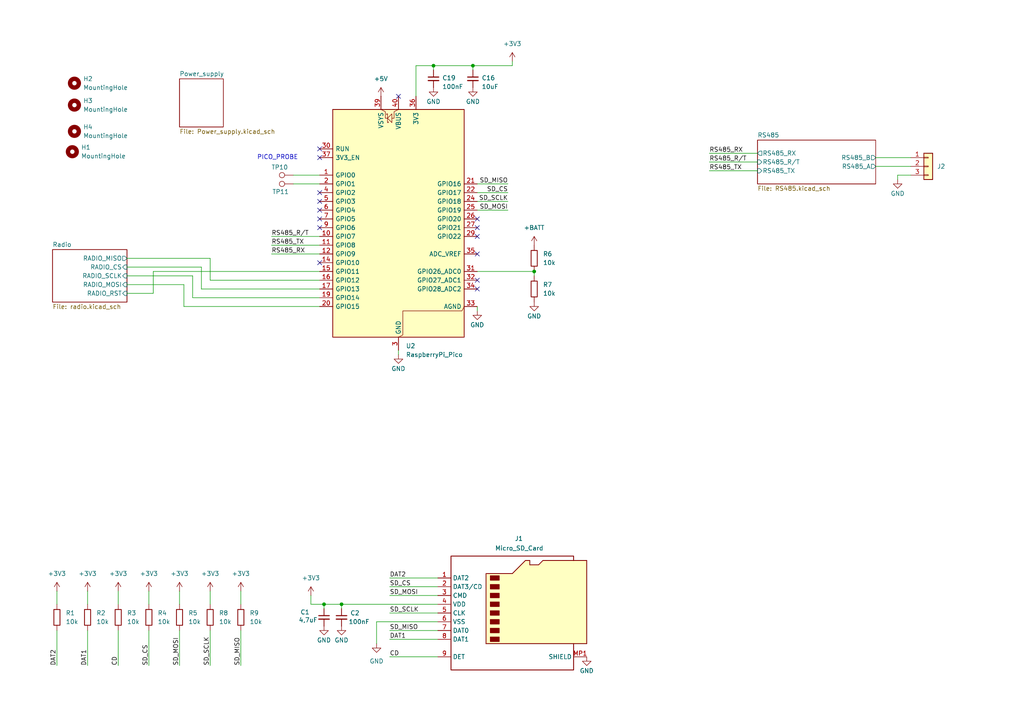
<source format=kicad_sch>
(kicad_sch (version 20250114) (generator "eeschema") (generator_version "9.0")
  (paper "A4")
  (lib_symbols
    (symbol "+5V_1" (power) (pin_numbers (hide yes)) (pin_names (offset 0) (hide yes))
      (property "Value" "+5V" (at 0 3.556 0))
      (symbol "+5V_1_0_1"
        (polyline (pts (xy -0.762 1.27) (xy 0 2.54)))
        (polyline (pts (xy 0 2.54) (xy 0.762 1.27)))
        (polyline (pts (xy 0 0) (xy 0 2.54)))
      )
      (symbol "+5V_1_1_1"
        (pin power_in line (at 0 0 90) (length 0) (name "~") (number "1"))
      )
    )
    (symbol "Connector:Micro_SD_Card_Det1"
      (property "Reference" "J4" (at 0.635 21.59 0))
      (property "Value" "Micro_SD_Card_Det1" (at 0.635 19.05 0))
      (symbol "Micro_SD_Card_Det1_0_1"
        (polyline (pts (xy -8.89 -8.89) (xy -8.89 11.43) (xy -1.27 11.43) (xy 2.54 15.24) (xy 3.81 15.24) (xy 3.81 13.97) (xy 6.35 13.97) (xy 7.62 15.24) (xy 20.32 15.24) (xy 20.32 -8.89) (xy -8.89 -8.89)) (stroke (width 0.254)) (fill (type background)))
        (rectangle (start -7.62 10.795) (end -5.08 9.525) (stroke (width 0.254)) (fill (type outline)))
        (rectangle (start -7.62 8.255) (end -5.08 6.985) (stroke (width 0.254)) (fill (type outline)))
        (rectangle (start -7.62 5.715) (end -5.08 4.445) (stroke (width 0.254)) (fill (type outline)))
        (rectangle (start -7.62 3.175) (end -5.08 1.905) (stroke (width 0.254)) (fill (type outline)))
        (rectangle (start -7.62 0.635) (end -5.08 -0.635) (stroke (width 0.254)) (fill (type outline)))
        (rectangle (start -7.62 -1.905) (end -5.08 -3.175) (stroke (width 0.254)) (fill (type outline)))
        (rectangle (start -7.62 -4.445) (end -5.08 -5.715) (stroke (width 0.254)) (fill (type outline)))
        (rectangle (start -7.62 -6.985) (end -5.08 -8.255) (stroke (width 0.254)) (fill (type outline)))
        (polyline (pts (xy 16.51 15.24) (xy 16.51 16.51) (xy -19.05 16.51) (xy -19.05 -16.51) (xy 16.51 -16.51) (xy 16.51 -8.89)) (stroke (width 0.254)))
      )
      (symbol "Micro_SD_Card_Det1_1_1"
        (pin bidirectional line (at -22.86 10.16 0) (length 3.81) (name "DAT2") (number "1"))
        (pin bidirectional line (at -22.86 7.62 0) (length 3.81) (name "DAT3/CD") (number "2"))
        (pin input line (at -22.86 5.08 0) (length 3.81) (name "CMD") (number "3"))
        (pin power_in line (at -22.86 2.54 0) (length 3.81) (name "VDD") (number "4"))
        (pin input line (at -22.86 0 0) (length 3.81) (name "CLK") (number "5"))
        (pin power_in line (at -22.86 -2.54 0) (length 3.81) (name "VSS") (number "6"))
        (pin bidirectional line (at -22.86 -5.08 0) (length 3.81) (name "DAT0") (number "7"))
        (pin bidirectional line (at -22.86 -7.62 0) (length 3.81) (name "DAT1") (number "8"))
        (pin passive line (at -22.86 -12.7 0) (length 3.81) (name "DET") (number "9"))
        (pin passive line (at 20.32 -12.7 180) (length 3.81) (name "SHIELD") (number "MP1"))
        (pin passive line (at 20.32 -12.7 180) (length 3.81) (hide yes) (name "SHIELD") (number "MP2"))
        (pin passive line (at 20.32 -12.7 180) (length 3.81) (hide yes) (name "SHIELD") (number "MP3"))
        (pin passive line (at 20.32 -12.7 180) (length 3.81) (hide yes) (name "SHIELD") (number "MP4"))
      )
    )
    (symbol "Connector:TestPoint" (pin_numbers (hide yes)) (pin_names (offset 0.762) (hide yes))
      (property "Reference" "TP" (at 0 6.858 0))
      (property "Value" "TestPoint" (at 0 5.08 0))
      (symbol "TestPoint_0_1"
        (circle (center 0 3.302) (radius 0.762))
      )
      (symbol "TestPoint_1_1"
        (pin passive line (at 0 0 90) (length 2.54) (name "1") (number "1"))
      )
    )
    (symbol "Connector_Generic:Conn_01x03" (pin_names (offset 1.016) (hide yes))
      (property "Reference" "J" (at 0 5.08 0))
      (property "Value" "Conn_01x03" (at 0 -5.08 0))
      (symbol "Conn_01x03_1_1"
        (rectangle (start -1.27 3.81) (end 1.27 -3.81) (stroke (width 0.254)) (fill (type background)))
        (rectangle (start -1.27 2.667) (end 0 2.413) (stroke (width 0.1524)))
        (rectangle (start -1.27 0.127) (end 0 -0.127) (stroke (width 0.1524)))
        (rectangle (start -1.27 -2.413) (end 0 -2.667) (stroke (width 0.1524)))
        (pin passive line (at -5.08 2.54 0) (length 3.81) (name "Pin_1") (number "1"))
        (pin passive line (at -5.08 0 0) (length 3.81) (name "Pin_2") (number "2"))
        (pin passive line (at -5.08 -2.54 0) (length 3.81) (name "Pin_3") (number "3"))
      )
    )
    (symbol "Device:C_Small" (pin_numbers (hide yes)) (pin_names (offset 0.254) (hide yes))
      (property "Reference" "C" (at 0.254 1.778 0))
      (property "Value" "C_Small" (at 0.254 -2.032 0))
      (symbol "C_Small_0_1"
        (polyline (pts (xy -1.524 0.508) (xy 1.524 0.508)) (stroke (width 0.3048)))
        (polyline (pts (xy -1.524 -0.508) (xy 1.524 -0.508)) (stroke (width 0.3302)))
      )
      (symbol "C_Small_1_1"
        (pin passive line (at 0 2.54 270) (length 2.032) (name "~") (number "1"))
        (pin passive line (at 0 -2.54 90) (length 2.032) (name "~") (number "2"))
      )
    )
    (symbol "MCU_Module:RaspberryPi_Pico" (pin_names (offset 0.762))
      (property "Reference" "A" (at -19.05 35.56 0))
      (property "Value" "RaspberryPi_Pico" (at 7.62 35.56 0))
      (symbol "RaspberryPi_Pico_0_1"
        (rectangle (start -19.05 34.29) (end 19.05 -31.75) (stroke (width 0.254)) (fill (type background)))
        (polyline (pts (xy -5.08 34.29) (xy -3.81 33.655) (xy -3.81 31.75) (xy -3.175 31.75)))
        (polyline (pts (xy -3.429 32.766) (xy -3.429 33.02) (xy -3.175 33.02) (xy -3.175 30.48) (xy -2.921 30.48) (xy -2.921 30.734)))
        (polyline (pts (xy -3.175 31.75) (xy -1.905 33.02) (xy -1.905 30.48) (xy -3.175 31.75)))
        (polyline (pts (xy 0 34.29) (xy -1.27 33.655) (xy -1.27 31.75) (xy -1.905 31.75)))
        (polyline (pts (xy 0 -31.75) (xy 1.27 -31.115) (xy 1.27 -24.13) (xy 18.415 -24.13) (xy 19.05 -22.86)))
      )
      (symbol "RaspberryPi_Pico_1_1"
        (pin passive line (at -22.86 22.86 0) (length 3.81) (name "RUN") (number "30"))
        (pin passive line (at -22.86 20.32 0) (length 3.81) (name "3V3_EN") (number "37"))
        (pin bidirectional line (at -22.86 15.24 0) (length 3.81) (name "GPIO0") (number "1"))
        (pin bidirectional line (at -22.86 12.7 0) (length 3.81) (name "GPIO1") (number "2"))
        (pin bidirectional line (at -22.86 10.16 0) (length 3.81) (name "GPIO2") (number "4"))
        (pin bidirectional line (at -22.86 7.62 0) (length 3.81) (name "GPIO3") (number "5"))
        (pin bidirectional line (at -22.86 5.08 0) (length 3.81) (name "GPIO4") (number "6"))
        (pin bidirectional line (at -22.86 2.54 0) (length 3.81) (name "GPIO5") (number "7"))
        (pin bidirectional line (at -22.86 0 0) (length 3.81) (name "GPIO6") (number "9"))
        (pin bidirectional line (at -22.86 -2.54 0) (length 3.81) (name "GPIO7") (number "10"))
        (pin bidirectional line (at -22.86 -5.08 0) (length 3.81) (name "GPIO8") (number "11"))
        (pin bidirectional line (at -22.86 -7.62 0) (length 3.81) (name "GPIO9") (number "12"))
        (pin bidirectional line (at -22.86 -10.16 0) (length 3.81) (name "GPIO10") (number "14"))
        (pin bidirectional line (at -22.86 -12.7 0) (length 3.81) (name "GPIO11") (number "15"))
        (pin bidirectional line (at -22.86 -15.24 0) (length 3.81) (name "GPIO12") (number "16"))
        (pin bidirectional line (at -22.86 -17.78 0) (length 3.81) (name "GPIO13") (number "17"))
        (pin bidirectional line (at -22.86 -20.32 0) (length 3.81) (name "GPIO14") (number "19"))
        (pin bidirectional line (at -22.86 -22.86 0) (length 3.81) (name "GPIO15") (number "20"))
        (pin power_in line (at -5.08 38.1 270) (length 3.81) (name "VSYS") (number "39"))
        (pin power_out line (at 0 38.1 270) (length 3.81) (name "VBUS") (number "40"))
        (pin passive line (at 0 -35.56 90) (length 3.81) (hide yes) (name "GND") (number "13"))
        (pin passive line (at 0 -35.56 90) (length 3.81) (hide yes) (name "GND") (number "18"))
        (pin passive line (at 0 -35.56 90) (length 3.81) (hide yes) (name "GND") (number "23"))
        (pin passive line (at 0 -35.56 90) (length 3.81) (hide yes) (name "GND") (number "28"))
        (pin power_out line (at 0 -35.56 90) (length 3.81) (name "GND") (number "3"))
        (pin passive line (at 0 -35.56 90) (length 3.81) (hide yes) (name "GND") (number "38"))
        (pin passive line (at 0 -35.56 90) (length 3.81) (hide yes) (name "GND") (number "8"))
        (pin power_out line (at 5.08 38.1 270) (length 3.81) (name "3V3") (number "36"))
        (pin bidirectional line (at 22.86 12.7 180) (length 3.81) (name "GPIO16") (number "21"))
        (pin bidirectional line (at 22.86 10.16 180) (length 3.81) (name "GPIO17") (number "22"))
        (pin bidirectional line (at 22.86 7.62 180) (length 3.81) (name "GPIO18") (number "24"))
        (pin bidirectional line (at 22.86 5.08 180) (length 3.81) (name "GPIO19") (number "25"))
        (pin bidirectional line (at 22.86 2.54 180) (length 3.81) (name "GPIO20") (number "26"))
        (pin bidirectional line (at 22.86 0 180) (length 3.81) (name "GPIO21") (number "27"))
        (pin bidirectional line (at 22.86 -2.54 180) (length 3.81) (name "GPIO22") (number "29"))
        (pin power_in line (at 22.86 -7.62 180) (length 3.81) (name "ADC_VREF") (number "35"))
        (pin bidirectional line (at 22.86 -12.7 180) (length 3.81) (name "GPIO26_ADC0") (number "31"))
        (pin bidirectional line (at 22.86 -15.24 180) (length 3.81) (name "GPIO27_ADC1") (number "32"))
        (pin bidirectional line (at 22.86 -17.78 180) (length 3.81) (name "GPIO28_ADC2") (number "34"))
        (pin power_out line (at 22.86 -22.86 180) (length 3.81) (name "AGND") (number "33"))
      )
    )
    (symbol "Mechanical:MountingHole" (pin_names (offset 1.016)) (exclude_from_sim yes) (in_bom no)
      (property "Reference" "H" (at 0 5.08 0))
      (property "Value" "MountingHole" (at 0 3.175 0))
      (symbol "MountingHole_0_1"
        (circle (center 0 0) (radius 1.27) (stroke (width 1.27)))
      )
    )
    (symbol "PCM_SL_Resistors:Resistor"
      (property "Reference" "R" (at 0 5.08 0))
      (property "Value" "Resistor" (at 0 2.54 0))
      (symbol "Resistor_0_1"
        (rectangle (start -2.286 0.889) (end 2.286 -0.889) (stroke (width 0.24)))
      )
      (symbol "Resistor_1_1"
        (pin passive line (at -3.81 0 0) (length 1.5) (name "") (number "1"))
        (pin passive line (at 3.81 0 180) (length 1.5) (name "~") (number "2"))
      )
    )
    (symbol "power:+3V3" (power) (pin_numbers (hide yes)) (pin_names (offset 0) (hide yes))
      (property "Value" "+3V3" (at 0 3.556 0))
      (symbol "+3V3_0_1"
        (polyline (pts (xy -0.762 1.27) (xy 0 2.54)))
        (polyline (pts (xy 0 2.54) (xy 0.762 1.27)))
        (polyline (pts (xy 0 0) (xy 0 2.54)))
      )
      (symbol "+3V3_1_1"
        (pin power_in line (at 0 0 90) (length 0) (name "~") (number "1"))
      )
    )
    (symbol "power:+BATT" (power) (pin_numbers (hide yes)) (pin_names (offset 0) (hide yes))
      (property "Value" "+BATT" (at 0 3.556 0))
      (symbol "+BATT_0_1"
        (polyline (pts (xy -0.762 1.27) (xy 0 2.54)))
        (polyline (pts (xy 0 2.54) (xy 0.762 1.27)))
        (polyline (pts (xy 0 0) (xy 0 2.54)))
      )
      (symbol "+BATT_1_1"
        (pin power_in line (at 0 0 90) (length 0) (name "~") (number "1"))
      )
    )
    (symbol "power:GND" (power) (pin_names (offset 0))
      (property "Value" "GND" (at 0 -3.81 0))
      (symbol "GND_0_1"
        (polyline (pts (xy 0 0) (xy 0 -1.27) (xy 1.27 -1.27) (xy 0 -2.54) (xy -1.27 -1.27) (xy 0 -1.27)))
      )
      (symbol "GND_1_1"
        (pin power_in line (at 0 0 270) (length 0) (hide yes) (name "GND") (number "1"))
      )
    )
  )
  (text "PICO_PROBE" (at 80.518 45.72 0) (effects (font (size 1.27 1.27))))
  (junction (at 125.73 19.05))
  (junction (at 137.16 19.05))
  (junction (at 99.06 175.26))
  (junction (at 154.94 78.74))
  (junction (at 93.98 175.26))
  (no_connect (at 138.43 83.82))
  (no_connect (at 92.71 58.42))
  (no_connect (at 92.71 76.2))
  (no_connect (at 138.43 66.04))
  (no_connect (at 92.71 63.5))
  (no_connect (at 92.71 66.04))
  (no_connect (at 138.43 81.28))
  (no_connect (at 92.71 45.72))
  (no_connect (at 138.43 68.58))
  (no_connect (at 115.57 27.94))
  (no_connect (at 92.71 43.18))
  (no_connect (at 138.43 73.66))
  (no_connect (at 138.43 63.5))
  (no_connect (at 92.71 55.88))
  (no_connect (at 92.71 60.96))
  (wire (pts (xy 55.88 86.36) (xy 92.71 86.36)))
  (wire (pts (xy 60.96 74.93) (xy 60.96 81.28)))
  (wire (pts (xy 90.17 172.72) (xy 90.17 175.26)))
  (wire (pts (xy 25.4 171.45) (xy 25.4 175.26)))
  (wire (pts (xy 125.73 19.05) (xy 120.65 19.05)))
  (wire (pts (xy 115.57 102.87) (xy 115.57 101.6)))
  (wire (pts (xy 113.03 167.64) (xy 127 167.64)))
  (wire (pts (xy 113.03 172.72) (xy 127 172.72)))
  (wire (pts (xy 254 45.72) (xy 264.16 45.72)))
  (wire (pts (xy 85.09 50.8) (xy 92.71 50.8)))
  (wire (pts (xy 264.16 50.8) (xy 260.35 50.8)))
  (wire (pts (xy 60.96 182.88) (xy 60.96 193.04)))
  (wire (pts (xy 113.03 177.8) (xy 127 177.8)))
  (wire (pts (xy 147.32 53.34) (xy 138.43 53.34)))
  (wire (pts (xy 113.03 170.18) (xy 127 170.18)))
  (wire (pts (xy 154.94 80.01) (xy 154.94 78.74)))
  (wire (pts (xy 120.65 19.05) (xy 120.65 27.94)))
  (wire (pts (xy 92.71 83.82) (xy 58.42 83.82)))
  (wire (pts (xy 44.45 78.74) (xy 44.45 85.09)))
  (wire (pts (xy 69.85 193.04) (xy 69.85 182.88)))
  (wire (pts (xy 58.42 83.82) (xy 58.42 77.47)))
  (wire (pts (xy 25.4 182.88) (xy 25.4 193.04)))
  (wire (pts (xy 78.74 71.12) (xy 92.71 71.12)))
  (wire (pts (xy 36.83 80.01) (xy 55.88 80.01)))
  (wire (pts (xy 148.59 17.78) (xy 148.59 19.05)))
  (wire (pts (xy 138.43 55.88) (xy 147.32 55.88)))
  (wire (pts (xy 16.51 171.45) (xy 16.51 175.26)))
  (wire (pts (xy 138.43 90.17) (xy 138.43 88.9)))
  (wire (pts (xy 43.18 171.45) (xy 43.18 175.26)))
  (wire (pts (xy 55.88 80.01) (xy 55.88 86.36)))
  (wire (pts (xy 53.34 88.9) (xy 53.34 82.55)))
  (wire (pts (xy 205.74 44.45) (xy 219.71 44.45)))
  (wire (pts (xy 92.71 88.9) (xy 53.34 88.9)))
  (wire (pts (xy 60.96 171.45) (xy 60.96 175.26)))
  (wire (pts (xy 92.71 78.74) (xy 44.45 78.74)))
  (wire (pts (xy 113.03 185.42) (xy 127 185.42)))
  (wire (pts (xy 60.96 81.28) (xy 92.71 81.28)))
  (wire (pts (xy 53.34 82.55) (xy 36.83 82.55)))
  (wire (pts (xy 113.03 182.88) (xy 127 182.88)))
  (wire (pts (xy 99.06 175.26) (xy 93.98 175.26)))
  (wire (pts (xy 52.07 171.45) (xy 52.07 175.26)))
  (wire (pts (xy 109.22 186.69) (xy 109.22 180.34)))
  (wire (pts (xy 36.83 85.09) (xy 44.45 85.09)))
  (wire (pts (xy 138.43 58.42) (xy 147.32 58.42)))
  (wire (pts (xy 137.16 20.32) (xy 137.16 19.05)))
  (wire (pts (xy 138.43 78.74) (xy 154.94 78.74)))
  (wire (pts (xy 16.51 182.88) (xy 16.51 193.04)))
  (wire (pts (xy 148.59 19.05) (xy 137.16 19.05)))
  (wire (pts (xy 69.85 171.45) (xy 69.85 175.26)))
  (wire (pts (xy 58.42 77.47) (xy 36.83 77.47)))
  (wire (pts (xy 127 175.26) (xy 99.06 175.26)))
  (wire (pts (xy 78.74 73.66) (xy 92.71 73.66)))
  (wire (pts (xy 109.22 180.34) (xy 127 180.34)))
  (wire (pts (xy 36.83 74.93) (xy 60.96 74.93)))
  (wire (pts (xy 85.09 53.34) (xy 92.71 53.34)))
  (wire (pts (xy 93.98 175.26) (xy 93.98 176.53)))
  (wire (pts (xy 260.35 50.8) (xy 260.35 52.07)))
  (wire (pts (xy 113.03 190.5) (xy 127 190.5)))
  (wire (pts (xy 125.73 19.05) (xy 137.16 19.05)))
  (wire (pts (xy 43.18 193.04) (xy 43.18 182.88)))
  (wire (pts (xy 254 48.26) (xy 264.16 48.26)))
  (wire (pts (xy 125.73 20.32) (xy 125.73 19.05)))
  (wire (pts (xy 90.17 175.26) (xy 93.98 175.26)))
  (wire (pts (xy 205.74 49.53) (xy 219.71 49.53)))
  (wire (pts (xy 205.74 46.99) (xy 219.71 46.99)))
  (wire (pts (xy 99.06 175.26) (xy 99.06 176.53)))
  (wire (pts (xy 138.43 60.96) (xy 147.32 60.96)))
  (wire (pts (xy 52.07 182.88) (xy 52.07 193.04)))
  (wire (pts (xy 34.29 182.88) (xy 34.29 193.04)))
  (wire (pts (xy 34.29 171.45) (xy 34.29 175.26)))
  (wire (pts (xy 78.74 68.58) (xy 92.71 68.58)))
  (label "SD_CS" (at 147.32 55.88 180))
  (label "RS485_R{slash}T" (at 78.74 68.58 0))
  (label "CD" (at 34.29 193.04 90))
  (label "SD_MOSI" (at 147.32 60.96 180))
  (label "DAT1" (at 113.03 185.42 0))
  (label "SD_MISO" (at 69.85 193.04 90))
  (label "RS485_R{slash}T" (at 205.74 46.99 0))
  (label "RS485_TX" (at 205.74 49.53 0))
  (label "SD_CS" (at 43.18 193.04 90))
  (label "SD_MOSI" (at 52.07 193.04 90))
  (label "SD_CS" (at 113.03 170.18 0))
  (label "SD_SCLK" (at 113.03 177.8 0))
  (label "SD_MISO" (at 147.32 53.34 180))
  (label "SD_SCLK" (at 147.32 58.42 180))
  (label "DAT1" (at 25.4 193.04 90))
  (label "SD_MOSI" (at 113.03 172.72 0))
  (label "DAT2" (at 113.03 167.64 0))
  (label "RS485_RX" (at 205.74 44.45 0))
  (label "DAT2" (at 16.51 193.04 90))
  (label "RS485_TX" (at 78.74 71.12 0))
  (label "CD" (at 113.03 190.5 0))
  (label "SD_SCLK" (at 60.96 193.04 90))
  (label "RS485_RX" (at 78.74 73.66 0))
  (label "SD_MISO" (at 113.03 182.88 0))
  (symbol (lib_id "power:GND") (at 137.16 25.4 0) (unit 1)
    (property "Reference" "#PWR054" (effects (hide yes)))
    (property "Value" "GND" (at 137.16 29.464 0))
    (property "Description" "Power symbol creates a global label with name \"GND\" , ground" (effects (hide yes)))
  )
  (symbol (lib_id "power:GND") (at 115.57 102.87 0) (unit 1)
    (property "Reference" "#PWR06" (effects (hide yes)))
    (property "Value" "GND" (at 117.602 106.934 0) (effects (justify right)))
    (property "Description" "Power symbol creates a global label with name \"GND\" , ground" (effects (hide yes)))
  )
  (symbol (lib_id "Mechanical:MountingHole") (at 21.59 24.13 0) (unit 1) (exclude_from_sim yes) (in_bom no)
    (property "Reference" "H2" (at 24.13 22.8599 0) (effects (justify left)))
    (property "Value" "MountingHole" (at 24.13 25.3999 0) (effects (justify left)))
    (property "Footprint" "MountingHole:MountingHole_3.2mm_M3" (effects (hide yes)))
    (property "Description" "Mounting Hole without connection" (effects (hide yes)))
  )
  (symbol (lib_id "Mechanical:MountingHole") (at 21.59 30.48 0) (unit 1) (exclude_from_sim yes) (in_bom no)
    (property "Reference" "H3" (at 24.13 29.2099 0) (effects (justify left)))
    (property "Value" "MountingHole" (at 24.13 31.7499 0) (effects (justify left)))
    (property "Footprint" "MountingHole:MountingHole_3.2mm_M3" (effects (hide yes)))
    (property "Description" "Mounting Hole without connection" (effects (hide yes)))
  )
  (symbol (lib_id "Connector:Micro_SD_Card_Det1") (at 149.86 177.8 0) (unit 1)
    (property "Reference" "J1" (at 150.495 156.21 0))
    (property "Value" "Micro_SD_Card" (at 150.622 159.004 0))
    (property "Footprint" "footprint_lib:MCSPQ08ASGTR" (effects (hide yes)))
    (property "Datasheet" "https://www.tme.eu/pl/details/mcsp-q-08-a-sg/zlacza-do-kart/adam-tech/mcsp-q-08-a-sg-t-r/" (effects (hide yes)))
    (property "Description" "MCSP-Q-08-A-SG-T/R" (effects (hide yes)))
  )
  (symbol (lib_id "PCM_SL_Resistors:Resistor") (at 52.07 179.07 90) (unit 1)
    (property "Reference" "R5" (at 54.61 177.7999 90) (effects (justify right)))
    (property "Value" "10k" (at 54.61 180.3399 90) (effects (justify right)))
    (property "Footprint" "Resistor_SMD:R_0603_1608Metric_Pad0.98x0.95mm_HandSolder" (effects (hide yes)))
    (property "Description" "1/4W Resistor" (effects (hide yes)))
    (property "LCSC" "C25804" (effects (hide yes)))
  )
  (symbol (lib_id "PCM_SL_Resistors:Resistor") (at 60.96 179.07 90) (unit 1)
    (property "Reference" "R8" (at 63.5 177.7999 90) (effects (justify right)))
    (property "Value" "10k" (at 63.5 180.3399 90) (effects (justify right)))
    (property "Footprint" "Resistor_SMD:R_0603_1608Metric_Pad0.98x0.95mm_HandSolder" (effects (hide yes)))
    (property "Description" "1/4W Resistor" (effects (hide yes)))
    (property "LCSC" "C25804" (effects (hide yes)))
  )
  (symbol (lib_id "power:GND") (at 260.35 52.07 0) (unit 1)
    (property "Reference" "#PWR017" (effects (hide yes)))
    (property "Value" "GND" (at 260.35 56.134 0))
    (property "Description" "Power symbol creates a global label with name \"GND\" , ground" (effects (hide yes)))
  )
  (symbol (lib_id "PCM_SL_Resistors:Resistor") (at 154.94 74.93 90) (unit 1)
    (property "Reference" "R6" (at 157.48 73.6599 90) (effects (justify right)))
    (property "Value" "10k" (at 157.48 76.1999 90) (effects (justify right)))
    (property "Footprint" "Resistor_SMD:R_0603_1608Metric_Pad0.98x0.95mm_HandSolder" (effects (hide yes)))
    (property "Description" "1/4W Resistor" (effects (hide yes)))
    (property "LCSC" "C25804" (effects (hide yes)))
  )
  (symbol (lib_id "Device:C_Small") (at 125.73 22.86 0) (unit 1)
    (property "Reference" "C19" (at 128.27 22.606 0) (effects (justify left)))
    (property "Value" "100nF" (at 128.27 25.146 0) (effects (justify left)))
    (property "Footprint" "Capacitor_SMD:C_0603_1608Metric_Pad1.08x0.95mm_HandSolder" (effects (hide yes)))
    (property "Description" "Unpolarized capacitor, small symbol" (effects (hide yes)))
  )
  (symbol (lib_name "+5V_1") (lib_id "power:+5V") (at 110.49 27.94 0) (unit 1)
    (property "Reference" "#PWR039" (effects (hide yes)))
    (property "Value" "+5V" (at 110.49 22.86 0))
    (property "Description" "Power symbol creates a global label with name \"+5V\"" (effects (hide yes)))
  )
  (symbol (lib_id "Connector:TestPoint") (at 85.09 50.8 90) (unit 1)
    (property "Reference" "TP10" (at 83.566 48.514 90) (effects (justify left)))
    (property "Value" "TestPoint" (effects (hide yes)))
    (property "Footprint" "TestPoint:TestPoint_Pad_D2.0mm" (effects (hide yes)))
    (property "Description" "test point" (effects (hide yes)))
  )
  (symbol (lib_id "power:GND") (at 170.18 190.5 0) (unit 1)
    (property "Reference" "#PWR016" (effects (hide yes)))
    (property "Value" "GND" (at 172.212 194.564 0) (effects (justify right)))
    (property "Description" "Power symbol creates a global label with name \"GND\" , ground" (effects (hide yes)))
  )
  (symbol (lib_id "Device:C_Small") (at 99.06 179.07 0) (unit 1)
    (property "Reference" "C2" (at 101.6 177.8062 0) (effects (justify left)))
    (property "Value" "100nF" (at 101.092 180.34 0) (effects (justify left)))
    (property "Footprint" "Capacitor_SMD:C_0603_1608Metric_Pad1.08x0.95mm_HandSolder" (effects (hide yes)))
    (property "Description" "Unpolarized capacitor, small symbol" (effects (hide yes)))
    (property "LCSC" "C14663" (effects (hide yes)))
  )
  (symbol (lib_id "PCM_SL_Resistors:Resistor") (at 154.94 83.82 90) (unit 1)
    (property "Reference" "R7" (at 157.48 82.5499 90) (effects (justify right)))
    (property "Value" "10k" (at 157.48 85.0899 90) (effects (justify right)))
    (property "Footprint" "Resistor_SMD:R_0603_1608Metric_Pad0.98x0.95mm_HandSolder" (effects (hide yes)))
    (property "Description" "1/4W Resistor" (effects (hide yes)))
    (property "LCSC" "C25804" (effects (hide yes)))
  )
  (symbol (lib_id "power:+3V3") (at 52.07 171.45 0) (unit 1)
    (property "Reference" "#PWR011" (effects (hide yes)))
    (property "Value" "+3V3" (at 52.07 166.37 0))
    (property "Description" "Power symbol creates a global label with name \"+3V3\"" (effects (hide yes)))
  )
  (symbol (lib_id "PCM_SL_Resistors:Resistor") (at 25.4 179.07 90) (unit 1)
    (property "Reference" "R2" (at 27.94 177.7999 90) (effects (justify right)))
    (property "Value" "10k" (at 27.94 180.3399 90) (effects (justify right)))
    (property "Footprint" "Resistor_SMD:R_0603_1608Metric_Pad0.98x0.95mm_HandSolder" (effects (hide yes)))
    (property "Description" "1/4W Resistor" (effects (hide yes)))
    (property "LCSC" "C25804" (effects (hide yes)))
  )
  (symbol (lib_id "PCM_SL_Resistors:Resistor") (at 43.18 179.07 90) (unit 1)
    (property "Reference" "R4" (at 45.72 177.7999 90) (effects (justify right)))
    (property "Value" "10k" (at 45.72 180.3399 90) (effects (justify right)))
    (property "Footprint" "Resistor_SMD:R_0603_1608Metric_Pad0.98x0.95mm_HandSolder" (effects (hide yes)))
    (property "Description" "1/4W Resistor" (effects (hide yes)))
    (property "LCSC" "C25804" (effects (hide yes)))
  )
  (symbol (lib_id "power:+3V3") (at 69.85 171.45 0) (unit 1)
    (property "Reference" "#PWR015" (effects (hide yes)))
    (property "Value" "+3V3" (at 69.85 166.37 0))
    (property "Description" "Power symbol creates a global label with name \"+3V3\"" (effects (hide yes)))
  )
  (symbol (lib_id "power:GND") (at 99.06 181.61 0) (unit 1)
    (property "Reference" "#PWR03" (effects (hide yes)))
    (property "Value" "GND" (at 101.092 185.674 0) (effects (justify right)))
    (property "Description" "Power symbol creates a global label with name \"GND\" , ground" (effects (hide yes)))
  )
  (symbol (lib_id "MCU_Module:RaspberryPi_Pico") (at 115.57 66.04 0) (unit 1)
    (property "Reference" "U2" (at 117.7133 100.33 0) (effects (justify left)))
    (property "Value" "RaspberryPi_Pico" (at 117.7133 102.87 0) (effects (justify left)))
    (property "Footprint" "Module:RaspberryPi_Pico_Common_Unspecified" (effects (hide yes)))
    (property "Datasheet" "https://datasheets.raspberrypi.com/pico/pico-datasheet.pdf" (effects (hide yes)))
    (property "Description" "Versatile and inexpensive microcontroller module powered by RP2040 dual-core Arm Cortex-M0+ processor up to 133 MHz, 264kB SRAM, 2MB QSPI flash; also supports Raspberry Pi Pico 2" (effects (hide yes)))
  )
  (symbol (lib_id "Mechanical:MountingHole") (at 21.59 38.1 0) (unit 1) (exclude_from_sim yes) (in_bom no)
    (property "Reference" "H4" (at 24.13 36.8299 0) (effects (justify left)))
    (property "Value" "MountingHole" (at 24.13 39.3699 0) (effects (justify left)))
    (property "Footprint" "MountingHole:MountingHole_3.2mm_M3" (effects (hide yes)))
    (property "Description" "Mounting Hole without connection" (effects (hide yes)))
  )
  (symbol (lib_id "Connector_Generic:Conn_01x03") (at 269.24 48.26 0) (unit 1)
    (property "Reference" "J2" (at 271.78 48.2599 0) (effects (justify left)))
    (property "Value" "Conn_01x03" (effects (hide yes)))
    (property "Footprint" "Connector_PinHeader_2.54mm:PinHeader_1x03_P2.54mm_Horizontal" (effects (hide yes)))
    (property "Description" "Generic connector, single row, 01x03, script generated (kicad-library-utils/schlib/autogen/connector/)" (effects (hide yes)))
  )
  (symbol (lib_id "PCM_SL_Resistors:Resistor") (at 16.51 179.07 90) (unit 1)
    (property "Reference" "R1" (at 19.05 177.7999 90) (effects (justify right)))
    (property "Value" "10k" (at 19.05 180.3399 90) (effects (justify right)))
    (property "Footprint" "Resistor_SMD:R_0603_1608Metric_Pad0.98x0.95mm_HandSolder" (effects (hide yes)))
    (property "Description" "1/4W Resistor" (effects (hide yes)))
    (property "LCSC" "C25804" (effects (hide yes)))
  )
  (symbol (lib_id "power:GND") (at 125.73 25.4 0) (unit 1)
    (property "Reference" "#PWR055" (effects (hide yes)))
    (property "Value" "GND" (at 125.73 29.464 0))
    (property "Description" "Power symbol creates a global label with name \"GND\" , ground" (effects (hide yes)))
  )
  (symbol (lib_id "power:+BATT") (at 154.94 71.12 0) (unit 1)
    (property "Reference" "#PWR012" (effects (hide yes)))
    (property "Value" "+BATT" (at 154.94 66.04 0))
    (property "Description" "Power symbol creates a global label with name \"+BATT\"" (effects (hide yes)))
  )
  (symbol (lib_id "power:GND") (at 93.98 181.61 0) (unit 1)
    (property "Reference" "#PWR02" (effects (hide yes)))
    (property "Value" "GND" (at 96.012 185.674 0) (effects (justify right)))
    (property "Description" "Power symbol creates a global label with name \"GND\" , ground" (effects (hide yes)))
  )
  (symbol (lib_id "Device:C_Small") (at 93.98 179.07 0) (unit 1)
    (property "Reference" "C1" (at 87.122 177.546 0) (effects (justify left)))
    (property "Value" "4,7uF" (at 86.614 179.832 0) (effects (justify left)))
    (property "Footprint" "Capacitor_SMD:C_0603_1608Metric_Pad1.08x0.95mm_HandSolder" (effects (hide yes)))
    (property "Description" "Unpolarized capacitor, small symbol" (effects (hide yes)))
    (property "LCSC" "C19666" (effects (hide yes)))
  )
  (symbol (lib_id "power:+3V3") (at 148.59 17.78 0) (unit 1)
    (property "Reference" "#PWR053" (effects (hide yes)))
    (property "Value" "+3V3" (at 148.59 12.7 0))
    (property "Description" "Power symbol creates a global label with name \"+3V3\"" (effects (hide yes)))
  )
  (symbol (lib_id "power:GND") (at 138.43 90.17 0) (unit 1)
    (property "Reference" "#PWR010" (effects (hide yes)))
    (property "Value" "GND" (at 140.462 94.234 0) (effects (justify right)))
    (property "Description" "Power symbol creates a global label with name \"GND\" , ground" (effects (hide yes)))
  )
  (symbol (lib_id "Device:C_Small") (at 137.16 22.86 0) (unit 1)
    (property "Reference" "C16" (at 139.7 22.606 0) (effects (justify left)))
    (property "Value" "10uF" (at 139.7 25.146 0) (effects (justify left)))
    (property "Footprint" "Capacitor_SMD:C_0603_1608Metric_Pad1.08x0.95mm_HandSolder" (effects (hide yes)))
    (property "Description" "Unpolarized capacitor, small symbol" (effects (hide yes)))
  )
  (symbol (lib_id "power:+3V3") (at 90.17 172.72 0) (unit 1)
    (property "Reference" "#PWR01" (effects (hide yes)))
    (property "Value" "+3V3" (at 90.17 167.64 0))
    (property "Description" "Power symbol creates a global label with name \"+3V3\"" (effects (hide yes)))
  )
  (symbol (lib_id "PCM_SL_Resistors:Resistor") (at 34.29 179.07 90) (unit 1)
    (property "Reference" "R3" (at 36.83 177.7999 90) (effects (justify right)))
    (property "Value" "10k" (at 36.83 180.3399 90) (effects (justify right)))
    (property "Footprint" "Resistor_SMD:R_0603_1608Metric_Pad0.98x0.95mm_HandSolder" (effects (hide yes)))
    (property "Description" "1/4W Resistor" (effects (hide yes)))
    (property "LCSC" "C25804" (effects (hide yes)))
  )
  (symbol (lib_id "power:+3V3") (at 60.96 171.45 0) (unit 1)
    (property "Reference" "#PWR014" (effects (hide yes)))
    (property "Value" "+3V3" (at 60.96 166.37 0))
    (property "Description" "Power symbol creates a global label with name \"+3V3\"" (effects (hide yes)))
  )
  (symbol (lib_id "power:GND") (at 109.22 186.69 0) (unit 1)
    (property "Reference" "#PWR05" (effects (hide yes)))
    (property "Value" "GND" (at 109.22 191.77 0))
    (property "Description" "Power symbol creates a global label with name \"GND\" , ground" (effects (hide yes)))
  )
  (symbol (lib_id "power:GND") (at 154.94 87.63 0) (unit 1)
    (property "Reference" "#PWR013" (effects (hide yes)))
    (property "Value" "GND" (at 156.972 91.694 0) (effects (justify right)))
    (property "Description" "Power symbol creates a global label with name \"GND\" , ground" (effects (hide yes)))
  )
  (symbol (lib_id "Connector:TestPoint") (at 85.09 53.34 90) (unit 1)
    (property "Reference" "TP11" (at 83.82 55.626 90) (effects (justify left)))
    (property "Value" "TestPoint" (effects (hide yes)))
    (property "Footprint" "TestPoint:TestPoint_Pad_D2.0mm" (effects (hide yes)))
    (property "Description" "test point" (effects (hide yes)))
  )
  (symbol (lib_id "power:+3V3") (at 25.4 171.45 0) (unit 1)
    (property "Reference" "#PWR07" (effects (hide yes)))
    (property "Value" "+3V3" (at 25.4 166.37 0))
    (property "Description" "Power symbol creates a global label with name \"+3V3\"" (effects (hide yes)))
  )
  (symbol (lib_id "power:+3V3") (at 34.29 171.45 0) (unit 1)
    (property "Reference" "#PWR08" (effects (hide yes)))
    (property "Value" "+3V3" (at 34.29 166.37 0))
    (property "Description" "Power symbol creates a global label with name \"+3V3\"" (effects (hide yes)))
  )
  (symbol (lib_id "Mechanical:MountingHole") (at 20.9834 44.0031 0) (unit 1) (exclude_from_sim yes) (in_bom no)
    (property "Reference" "H1" (at 23.5234 42.733 0) (effects (justify left)))
    (property "Value" "MountingHole" (at 23.5234 45.273 0) (effects (justify left)))
    (property "Footprint" "MountingHole:MountingHole_3.2mm_M3" (effects (hide yes)))
    (property "Description" "Mounting Hole without connection" (effects (hide yes)))
  )
  (symbol (lib_id "power:+3V3") (at 43.18 171.45 0) (unit 1)
    (property "Reference" "#PWR09" (effects (hide yes)))
    (property "Value" "+3V3" (at 43.18 166.37 0))
    (property "Description" "Power symbol creates a global label with name \"+3V3\"" (effects (hide yes)))
  )
  (symbol (lib_id "PCM_SL_Resistors:Resistor") (at 69.85 179.07 90) (unit 1)
    (property "Reference" "R9" (at 72.39 177.7999 90) (effects (justify right)))
    (property "Value" "10k" (at 72.39 180.3399 90) (effects (justify right)))
    (property "Footprint" "Resistor_SMD:R_0603_1608Metric_Pad0.98x0.95mm_HandSolder" (effects (hide yes)))
    (property "Description" "1/4W Resistor" (effects (hide yes)))
    (property "LCSC" "C25804" (effects (hide yes)))
  )
  (symbol (lib_id "power:+3V3") (at 16.51 171.45 0) (unit 1)
    (property "Reference" "#PWR04" (effects (hide yes)))
    (property "Value" "+3V3" (at 16.51 166.37 0))
    (property "Description" "Power symbol creates a global label with name \"+3V3\"" (effects (hide yes)))
  )
  (sheet (at 15.24 72.39) (size 21.59 15.24) (stroke (width 0.1524))
    (property "Sheetname" "Radio" (at 15.24 71.6784 0) (effects (justify left bottom)))
    (property "Sheetfile" "radio.kicad_sch" (at 15.24 88.2146 0) (effects (justify left top)))
    (pin "RADIO_MISO" output (at 36.83 74.93 0))
    (pin "RADIO_MOSI" input (at 36.83 82.55 0))
    (pin "RADIO_RST" input (at 36.83 85.09 0))
    (pin "RADIO_CS" input (at 36.83 77.47 0))
    (pin "RADIO_SCLK" input (at 36.83 80.01 0))
  )
  (sheet (at 52.07 22.86) (size 12.7 13.97) (stroke (width 0.1524))
    (property "Sheetname" "Power_supply" (at 52.07 22.1484 0) (effects (justify left bottom)))
    (property "Sheetfile" "Power_supply.kicad_sch" (at 52.07 37.4146 0) (effects (justify left top)))
  )
  (sheet (at 219.71 40.64) (size 34.29 12.7) (stroke (width 0.1524))
    (property "Sheetname" "RS485" (at 219.71 39.9284 0) (effects (justify left bottom)))
    (property "Sheetfile" "RS485.kicad_sch" (at 219.71 53.9246 0) (effects (justify left top)))
    (pin "RS485_A" output (at 254 48.26 0))
    (pin "RS485_RX" output (at 219.71 44.45 180))
    (pin "RS485_R{slash}T" input (at 219.71 46.99 180))
    (pin "RS485_B" output (at 254 45.72 0))
    (pin "RS485_TX" input (at 219.71 49.53 180))
  )
)
</source>
